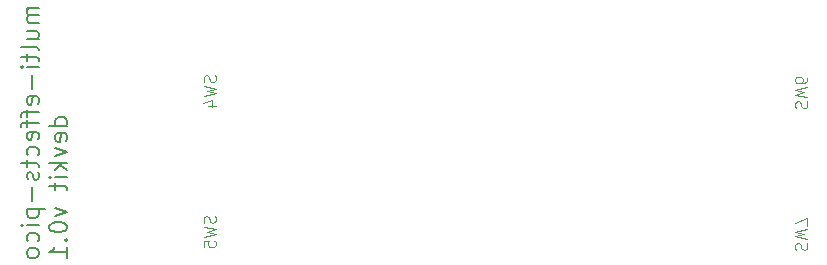
<source format=gbr>
%TF.GenerationSoftware,KiCad,Pcbnew,9.0.2*%
%TF.CreationDate,2025-06-25T22:06:56+02:00*%
%TF.ProjectId,devkit,6465766b-6974-42e6-9b69-6361645f7063,rev?*%
%TF.SameCoordinates,Original*%
%TF.FileFunction,Legend,Bot*%
%TF.FilePolarity,Positive*%
%FSLAX46Y46*%
G04 Gerber Fmt 4.6, Leading zero omitted, Abs format (unit mm)*
G04 Created by KiCad (PCBNEW 9.0.2) date 2025-06-25 22:06:56*
%MOMM*%
%LPD*%
G01*
G04 APERTURE LIST*
%ADD10C,0.200000*%
%ADD11C,0.100000*%
G04 APERTURE END LIST*
D10*
X143476070Y-101939849D02*
X142476070Y-101939849D01*
X142618927Y-101939849D02*
X142547499Y-102011278D01*
X142547499Y-102011278D02*
X142476070Y-102154135D01*
X142476070Y-102154135D02*
X142476070Y-102368421D01*
X142476070Y-102368421D02*
X142547499Y-102511278D01*
X142547499Y-102511278D02*
X142690356Y-102582707D01*
X142690356Y-102582707D02*
X143476070Y-102582707D01*
X142690356Y-102582707D02*
X142547499Y-102654135D01*
X142547499Y-102654135D02*
X142476070Y-102796992D01*
X142476070Y-102796992D02*
X142476070Y-103011278D01*
X142476070Y-103011278D02*
X142547499Y-103154135D01*
X142547499Y-103154135D02*
X142690356Y-103225564D01*
X142690356Y-103225564D02*
X143476070Y-103225564D01*
X142476070Y-104582707D02*
X143476070Y-104582707D01*
X142476070Y-103939849D02*
X143261784Y-103939849D01*
X143261784Y-103939849D02*
X143404642Y-104011278D01*
X143404642Y-104011278D02*
X143476070Y-104154135D01*
X143476070Y-104154135D02*
X143476070Y-104368421D01*
X143476070Y-104368421D02*
X143404642Y-104511278D01*
X143404642Y-104511278D02*
X143333213Y-104582707D01*
X143476070Y-105511278D02*
X143404642Y-105368421D01*
X143404642Y-105368421D02*
X143261784Y-105296992D01*
X143261784Y-105296992D02*
X141976070Y-105296992D01*
X142476070Y-105868421D02*
X142476070Y-106439849D01*
X141976070Y-106082706D02*
X143261784Y-106082706D01*
X143261784Y-106082706D02*
X143404642Y-106154135D01*
X143404642Y-106154135D02*
X143476070Y-106296992D01*
X143476070Y-106296992D02*
X143476070Y-106439849D01*
X143476070Y-106939849D02*
X142476070Y-106939849D01*
X141976070Y-106939849D02*
X142047499Y-106868421D01*
X142047499Y-106868421D02*
X142118927Y-106939849D01*
X142118927Y-106939849D02*
X142047499Y-107011278D01*
X142047499Y-107011278D02*
X141976070Y-106939849D01*
X141976070Y-106939849D02*
X142118927Y-106939849D01*
X142904642Y-107654135D02*
X142904642Y-108796993D01*
X143404642Y-110082707D02*
X143476070Y-109939850D01*
X143476070Y-109939850D02*
X143476070Y-109654136D01*
X143476070Y-109654136D02*
X143404642Y-109511278D01*
X143404642Y-109511278D02*
X143261784Y-109439850D01*
X143261784Y-109439850D02*
X142690356Y-109439850D01*
X142690356Y-109439850D02*
X142547499Y-109511278D01*
X142547499Y-109511278D02*
X142476070Y-109654136D01*
X142476070Y-109654136D02*
X142476070Y-109939850D01*
X142476070Y-109939850D02*
X142547499Y-110082707D01*
X142547499Y-110082707D02*
X142690356Y-110154136D01*
X142690356Y-110154136D02*
X142833213Y-110154136D01*
X142833213Y-110154136D02*
X142976070Y-109439850D01*
X142476070Y-110582707D02*
X142476070Y-111154135D01*
X143476070Y-110796992D02*
X142190356Y-110796992D01*
X142190356Y-110796992D02*
X142047499Y-110868421D01*
X142047499Y-110868421D02*
X141976070Y-111011278D01*
X141976070Y-111011278D02*
X141976070Y-111154135D01*
X142476070Y-111439850D02*
X142476070Y-112011278D01*
X143476070Y-111654135D02*
X142190356Y-111654135D01*
X142190356Y-111654135D02*
X142047499Y-111725564D01*
X142047499Y-111725564D02*
X141976070Y-111868421D01*
X141976070Y-111868421D02*
X141976070Y-112011278D01*
X143404642Y-113082707D02*
X143476070Y-112939850D01*
X143476070Y-112939850D02*
X143476070Y-112654136D01*
X143476070Y-112654136D02*
X143404642Y-112511278D01*
X143404642Y-112511278D02*
X143261784Y-112439850D01*
X143261784Y-112439850D02*
X142690356Y-112439850D01*
X142690356Y-112439850D02*
X142547499Y-112511278D01*
X142547499Y-112511278D02*
X142476070Y-112654136D01*
X142476070Y-112654136D02*
X142476070Y-112939850D01*
X142476070Y-112939850D02*
X142547499Y-113082707D01*
X142547499Y-113082707D02*
X142690356Y-113154136D01*
X142690356Y-113154136D02*
X142833213Y-113154136D01*
X142833213Y-113154136D02*
X142976070Y-112439850D01*
X143404642Y-114439850D02*
X143476070Y-114296992D01*
X143476070Y-114296992D02*
X143476070Y-114011278D01*
X143476070Y-114011278D02*
X143404642Y-113868421D01*
X143404642Y-113868421D02*
X143333213Y-113796992D01*
X143333213Y-113796992D02*
X143190356Y-113725564D01*
X143190356Y-113725564D02*
X142761784Y-113725564D01*
X142761784Y-113725564D02*
X142618927Y-113796992D01*
X142618927Y-113796992D02*
X142547499Y-113868421D01*
X142547499Y-113868421D02*
X142476070Y-114011278D01*
X142476070Y-114011278D02*
X142476070Y-114296992D01*
X142476070Y-114296992D02*
X142547499Y-114439850D01*
X142476070Y-114868421D02*
X142476070Y-115439849D01*
X141976070Y-115082706D02*
X143261784Y-115082706D01*
X143261784Y-115082706D02*
X143404642Y-115154135D01*
X143404642Y-115154135D02*
X143476070Y-115296992D01*
X143476070Y-115296992D02*
X143476070Y-115439849D01*
X143404642Y-115868421D02*
X143476070Y-116011278D01*
X143476070Y-116011278D02*
X143476070Y-116296992D01*
X143476070Y-116296992D02*
X143404642Y-116439849D01*
X143404642Y-116439849D02*
X143261784Y-116511278D01*
X143261784Y-116511278D02*
X143190356Y-116511278D01*
X143190356Y-116511278D02*
X143047499Y-116439849D01*
X143047499Y-116439849D02*
X142976070Y-116296992D01*
X142976070Y-116296992D02*
X142976070Y-116082707D01*
X142976070Y-116082707D02*
X142904642Y-115939849D01*
X142904642Y-115939849D02*
X142761784Y-115868421D01*
X142761784Y-115868421D02*
X142690356Y-115868421D01*
X142690356Y-115868421D02*
X142547499Y-115939849D01*
X142547499Y-115939849D02*
X142476070Y-116082707D01*
X142476070Y-116082707D02*
X142476070Y-116296992D01*
X142476070Y-116296992D02*
X142547499Y-116439849D01*
X142904642Y-117154135D02*
X142904642Y-118296993D01*
X142476070Y-119011278D02*
X143976070Y-119011278D01*
X142547499Y-119011278D02*
X142476070Y-119154136D01*
X142476070Y-119154136D02*
X142476070Y-119439850D01*
X142476070Y-119439850D02*
X142547499Y-119582707D01*
X142547499Y-119582707D02*
X142618927Y-119654136D01*
X142618927Y-119654136D02*
X142761784Y-119725564D01*
X142761784Y-119725564D02*
X143190356Y-119725564D01*
X143190356Y-119725564D02*
X143333213Y-119654136D01*
X143333213Y-119654136D02*
X143404642Y-119582707D01*
X143404642Y-119582707D02*
X143476070Y-119439850D01*
X143476070Y-119439850D02*
X143476070Y-119154136D01*
X143476070Y-119154136D02*
X143404642Y-119011278D01*
X143476070Y-120368421D02*
X142476070Y-120368421D01*
X141976070Y-120368421D02*
X142047499Y-120296993D01*
X142047499Y-120296993D02*
X142118927Y-120368421D01*
X142118927Y-120368421D02*
X142047499Y-120439850D01*
X142047499Y-120439850D02*
X141976070Y-120368421D01*
X141976070Y-120368421D02*
X142118927Y-120368421D01*
X143404642Y-121725565D02*
X143476070Y-121582707D01*
X143476070Y-121582707D02*
X143476070Y-121296993D01*
X143476070Y-121296993D02*
X143404642Y-121154136D01*
X143404642Y-121154136D02*
X143333213Y-121082707D01*
X143333213Y-121082707D02*
X143190356Y-121011279D01*
X143190356Y-121011279D02*
X142761784Y-121011279D01*
X142761784Y-121011279D02*
X142618927Y-121082707D01*
X142618927Y-121082707D02*
X142547499Y-121154136D01*
X142547499Y-121154136D02*
X142476070Y-121296993D01*
X142476070Y-121296993D02*
X142476070Y-121582707D01*
X142476070Y-121582707D02*
X142547499Y-121725565D01*
X143476070Y-122582707D02*
X143404642Y-122439850D01*
X143404642Y-122439850D02*
X143333213Y-122368421D01*
X143333213Y-122368421D02*
X143190356Y-122296993D01*
X143190356Y-122296993D02*
X142761784Y-122296993D01*
X142761784Y-122296993D02*
X142618927Y-122368421D01*
X142618927Y-122368421D02*
X142547499Y-122439850D01*
X142547499Y-122439850D02*
X142476070Y-122582707D01*
X142476070Y-122582707D02*
X142476070Y-122796993D01*
X142476070Y-122796993D02*
X142547499Y-122939850D01*
X142547499Y-122939850D02*
X142618927Y-123011279D01*
X142618927Y-123011279D02*
X142761784Y-123082707D01*
X142761784Y-123082707D02*
X143190356Y-123082707D01*
X143190356Y-123082707D02*
X143333213Y-123011279D01*
X143333213Y-123011279D02*
X143404642Y-122939850D01*
X143404642Y-122939850D02*
X143476070Y-122796993D01*
X143476070Y-122796993D02*
X143476070Y-122582707D01*
X145890986Y-111939851D02*
X144390986Y-111939851D01*
X145819558Y-111939851D02*
X145890986Y-111796993D01*
X145890986Y-111796993D02*
X145890986Y-111511279D01*
X145890986Y-111511279D02*
X145819558Y-111368422D01*
X145819558Y-111368422D02*
X145748129Y-111296993D01*
X145748129Y-111296993D02*
X145605272Y-111225565D01*
X145605272Y-111225565D02*
X145176700Y-111225565D01*
X145176700Y-111225565D02*
X145033843Y-111296993D01*
X145033843Y-111296993D02*
X144962415Y-111368422D01*
X144962415Y-111368422D02*
X144890986Y-111511279D01*
X144890986Y-111511279D02*
X144890986Y-111796993D01*
X144890986Y-111796993D02*
X144962415Y-111939851D01*
X145819558Y-113225565D02*
X145890986Y-113082708D01*
X145890986Y-113082708D02*
X145890986Y-112796994D01*
X145890986Y-112796994D02*
X145819558Y-112654136D01*
X145819558Y-112654136D02*
X145676700Y-112582708D01*
X145676700Y-112582708D02*
X145105272Y-112582708D01*
X145105272Y-112582708D02*
X144962415Y-112654136D01*
X144962415Y-112654136D02*
X144890986Y-112796994D01*
X144890986Y-112796994D02*
X144890986Y-113082708D01*
X144890986Y-113082708D02*
X144962415Y-113225565D01*
X144962415Y-113225565D02*
X145105272Y-113296994D01*
X145105272Y-113296994D02*
X145248129Y-113296994D01*
X145248129Y-113296994D02*
X145390986Y-112582708D01*
X144890986Y-113796993D02*
X145890986Y-114154136D01*
X145890986Y-114154136D02*
X144890986Y-114511279D01*
X145890986Y-115082707D02*
X144390986Y-115082707D01*
X145319558Y-115225565D02*
X145890986Y-115654136D01*
X144890986Y-115654136D02*
X145462415Y-115082707D01*
X145890986Y-116296993D02*
X144890986Y-116296993D01*
X144390986Y-116296993D02*
X144462415Y-116225565D01*
X144462415Y-116225565D02*
X144533843Y-116296993D01*
X144533843Y-116296993D02*
X144462415Y-116368422D01*
X144462415Y-116368422D02*
X144390986Y-116296993D01*
X144390986Y-116296993D02*
X144533843Y-116296993D01*
X144890986Y-116796994D02*
X144890986Y-117368422D01*
X144390986Y-117011279D02*
X145676700Y-117011279D01*
X145676700Y-117011279D02*
X145819558Y-117082708D01*
X145819558Y-117082708D02*
X145890986Y-117225565D01*
X145890986Y-117225565D02*
X145890986Y-117368422D01*
X144890986Y-118868422D02*
X145890986Y-119225565D01*
X145890986Y-119225565D02*
X144890986Y-119582708D01*
X144390986Y-120439851D02*
X144390986Y-120582708D01*
X144390986Y-120582708D02*
X144462415Y-120725565D01*
X144462415Y-120725565D02*
X144533843Y-120796994D01*
X144533843Y-120796994D02*
X144676700Y-120868422D01*
X144676700Y-120868422D02*
X144962415Y-120939851D01*
X144962415Y-120939851D02*
X145319558Y-120939851D01*
X145319558Y-120939851D02*
X145605272Y-120868422D01*
X145605272Y-120868422D02*
X145748129Y-120796994D01*
X145748129Y-120796994D02*
X145819558Y-120725565D01*
X145819558Y-120725565D02*
X145890986Y-120582708D01*
X145890986Y-120582708D02*
X145890986Y-120439851D01*
X145890986Y-120439851D02*
X145819558Y-120296994D01*
X145819558Y-120296994D02*
X145748129Y-120225565D01*
X145748129Y-120225565D02*
X145605272Y-120154136D01*
X145605272Y-120154136D02*
X145319558Y-120082708D01*
X145319558Y-120082708D02*
X144962415Y-120082708D01*
X144962415Y-120082708D02*
X144676700Y-120154136D01*
X144676700Y-120154136D02*
X144533843Y-120225565D01*
X144533843Y-120225565D02*
X144462415Y-120296994D01*
X144462415Y-120296994D02*
X144390986Y-120439851D01*
X145748129Y-121582707D02*
X145819558Y-121654136D01*
X145819558Y-121654136D02*
X145890986Y-121582707D01*
X145890986Y-121582707D02*
X145819558Y-121511279D01*
X145819558Y-121511279D02*
X145748129Y-121582707D01*
X145748129Y-121582707D02*
X145890986Y-121582707D01*
X145890986Y-123082708D02*
X145890986Y-122225565D01*
X145890986Y-122654136D02*
X144390986Y-122654136D01*
X144390986Y-122654136D02*
X144605272Y-122511279D01*
X144605272Y-122511279D02*
X144748129Y-122368422D01*
X144748129Y-122368422D02*
X144819558Y-122225565D01*
D11*
X158409800Y-119566667D02*
X158457419Y-119709524D01*
X158457419Y-119709524D02*
X158457419Y-119947619D01*
X158457419Y-119947619D02*
X158409800Y-120042857D01*
X158409800Y-120042857D02*
X158362180Y-120090476D01*
X158362180Y-120090476D02*
X158266942Y-120138095D01*
X158266942Y-120138095D02*
X158171704Y-120138095D01*
X158171704Y-120138095D02*
X158076466Y-120090476D01*
X158076466Y-120090476D02*
X158028847Y-120042857D01*
X158028847Y-120042857D02*
X157981228Y-119947619D01*
X157981228Y-119947619D02*
X157933609Y-119757143D01*
X157933609Y-119757143D02*
X157885990Y-119661905D01*
X157885990Y-119661905D02*
X157838371Y-119614286D01*
X157838371Y-119614286D02*
X157743133Y-119566667D01*
X157743133Y-119566667D02*
X157647895Y-119566667D01*
X157647895Y-119566667D02*
X157552657Y-119614286D01*
X157552657Y-119614286D02*
X157505038Y-119661905D01*
X157505038Y-119661905D02*
X157457419Y-119757143D01*
X157457419Y-119757143D02*
X157457419Y-119995238D01*
X157457419Y-119995238D02*
X157505038Y-120138095D01*
X157457419Y-120471429D02*
X158457419Y-120709524D01*
X158457419Y-120709524D02*
X157743133Y-120900000D01*
X157743133Y-120900000D02*
X158457419Y-121090476D01*
X158457419Y-121090476D02*
X157457419Y-121328572D01*
X157457419Y-122185714D02*
X157457419Y-121709524D01*
X157457419Y-121709524D02*
X157933609Y-121661905D01*
X157933609Y-121661905D02*
X157885990Y-121709524D01*
X157885990Y-121709524D02*
X157838371Y-121804762D01*
X157838371Y-121804762D02*
X157838371Y-122042857D01*
X157838371Y-122042857D02*
X157885990Y-122138095D01*
X157885990Y-122138095D02*
X157933609Y-122185714D01*
X157933609Y-122185714D02*
X158028847Y-122233333D01*
X158028847Y-122233333D02*
X158266942Y-122233333D01*
X158266942Y-122233333D02*
X158362180Y-122185714D01*
X158362180Y-122185714D02*
X158409800Y-122138095D01*
X158409800Y-122138095D02*
X158457419Y-122042857D01*
X158457419Y-122042857D02*
X158457419Y-121804762D01*
X158457419Y-121804762D02*
X158409800Y-121709524D01*
X158409800Y-121709524D02*
X158362180Y-121661905D01*
X207590200Y-122433332D02*
X207542580Y-122290475D01*
X207542580Y-122290475D02*
X207542580Y-122052380D01*
X207542580Y-122052380D02*
X207590200Y-121957142D01*
X207590200Y-121957142D02*
X207637819Y-121909523D01*
X207637819Y-121909523D02*
X207733057Y-121861904D01*
X207733057Y-121861904D02*
X207828295Y-121861904D01*
X207828295Y-121861904D02*
X207923533Y-121909523D01*
X207923533Y-121909523D02*
X207971152Y-121957142D01*
X207971152Y-121957142D02*
X208018771Y-122052380D01*
X208018771Y-122052380D02*
X208066390Y-122242856D01*
X208066390Y-122242856D02*
X208114009Y-122338094D01*
X208114009Y-122338094D02*
X208161628Y-122385713D01*
X208161628Y-122385713D02*
X208256866Y-122433332D01*
X208256866Y-122433332D02*
X208352104Y-122433332D01*
X208352104Y-122433332D02*
X208447342Y-122385713D01*
X208447342Y-122385713D02*
X208494961Y-122338094D01*
X208494961Y-122338094D02*
X208542580Y-122242856D01*
X208542580Y-122242856D02*
X208542580Y-122004761D01*
X208542580Y-122004761D02*
X208494961Y-121861904D01*
X208542580Y-121528570D02*
X207542580Y-121290475D01*
X207542580Y-121290475D02*
X208256866Y-121099999D01*
X208256866Y-121099999D02*
X207542580Y-120909523D01*
X207542580Y-120909523D02*
X208542580Y-120671428D01*
X208542580Y-120385713D02*
X208542580Y-119719047D01*
X208542580Y-119719047D02*
X207542580Y-120147618D01*
X158409800Y-107666667D02*
X158457419Y-107809524D01*
X158457419Y-107809524D02*
X158457419Y-108047619D01*
X158457419Y-108047619D02*
X158409800Y-108142857D01*
X158409800Y-108142857D02*
X158362180Y-108190476D01*
X158362180Y-108190476D02*
X158266942Y-108238095D01*
X158266942Y-108238095D02*
X158171704Y-108238095D01*
X158171704Y-108238095D02*
X158076466Y-108190476D01*
X158076466Y-108190476D02*
X158028847Y-108142857D01*
X158028847Y-108142857D02*
X157981228Y-108047619D01*
X157981228Y-108047619D02*
X157933609Y-107857143D01*
X157933609Y-107857143D02*
X157885990Y-107761905D01*
X157885990Y-107761905D02*
X157838371Y-107714286D01*
X157838371Y-107714286D02*
X157743133Y-107666667D01*
X157743133Y-107666667D02*
X157647895Y-107666667D01*
X157647895Y-107666667D02*
X157552657Y-107714286D01*
X157552657Y-107714286D02*
X157505038Y-107761905D01*
X157505038Y-107761905D02*
X157457419Y-107857143D01*
X157457419Y-107857143D02*
X157457419Y-108095238D01*
X157457419Y-108095238D02*
X157505038Y-108238095D01*
X157457419Y-108571429D02*
X158457419Y-108809524D01*
X158457419Y-108809524D02*
X157743133Y-109000000D01*
X157743133Y-109000000D02*
X158457419Y-109190476D01*
X158457419Y-109190476D02*
X157457419Y-109428572D01*
X157790752Y-110238095D02*
X158457419Y-110238095D01*
X157409800Y-110000000D02*
X158124085Y-109761905D01*
X158124085Y-109761905D02*
X158124085Y-110380952D01*
X207590200Y-110433332D02*
X207542580Y-110290475D01*
X207542580Y-110290475D02*
X207542580Y-110052380D01*
X207542580Y-110052380D02*
X207590200Y-109957142D01*
X207590200Y-109957142D02*
X207637819Y-109909523D01*
X207637819Y-109909523D02*
X207733057Y-109861904D01*
X207733057Y-109861904D02*
X207828295Y-109861904D01*
X207828295Y-109861904D02*
X207923533Y-109909523D01*
X207923533Y-109909523D02*
X207971152Y-109957142D01*
X207971152Y-109957142D02*
X208018771Y-110052380D01*
X208018771Y-110052380D02*
X208066390Y-110242856D01*
X208066390Y-110242856D02*
X208114009Y-110338094D01*
X208114009Y-110338094D02*
X208161628Y-110385713D01*
X208161628Y-110385713D02*
X208256866Y-110433332D01*
X208256866Y-110433332D02*
X208352104Y-110433332D01*
X208352104Y-110433332D02*
X208447342Y-110385713D01*
X208447342Y-110385713D02*
X208494961Y-110338094D01*
X208494961Y-110338094D02*
X208542580Y-110242856D01*
X208542580Y-110242856D02*
X208542580Y-110004761D01*
X208542580Y-110004761D02*
X208494961Y-109861904D01*
X208542580Y-109528570D02*
X207542580Y-109290475D01*
X207542580Y-109290475D02*
X208256866Y-109099999D01*
X208256866Y-109099999D02*
X207542580Y-108909523D01*
X207542580Y-108909523D02*
X208542580Y-108671428D01*
X208542580Y-107861904D02*
X208542580Y-108052380D01*
X208542580Y-108052380D02*
X208494961Y-108147618D01*
X208494961Y-108147618D02*
X208447342Y-108195237D01*
X208447342Y-108195237D02*
X208304485Y-108290475D01*
X208304485Y-108290475D02*
X208114009Y-108338094D01*
X208114009Y-108338094D02*
X207733057Y-108338094D01*
X207733057Y-108338094D02*
X207637819Y-108290475D01*
X207637819Y-108290475D02*
X207590200Y-108242856D01*
X207590200Y-108242856D02*
X207542580Y-108147618D01*
X207542580Y-108147618D02*
X207542580Y-107957142D01*
X207542580Y-107957142D02*
X207590200Y-107861904D01*
X207590200Y-107861904D02*
X207637819Y-107814285D01*
X207637819Y-107814285D02*
X207733057Y-107766666D01*
X207733057Y-107766666D02*
X207971152Y-107766666D01*
X207971152Y-107766666D02*
X208066390Y-107814285D01*
X208066390Y-107814285D02*
X208114009Y-107861904D01*
X208114009Y-107861904D02*
X208161628Y-107957142D01*
X208161628Y-107957142D02*
X208161628Y-108147618D01*
X208161628Y-108147618D02*
X208114009Y-108242856D01*
X208114009Y-108242856D02*
X208066390Y-108290475D01*
X208066390Y-108290475D02*
X207971152Y-108338094D01*
M02*

</source>
